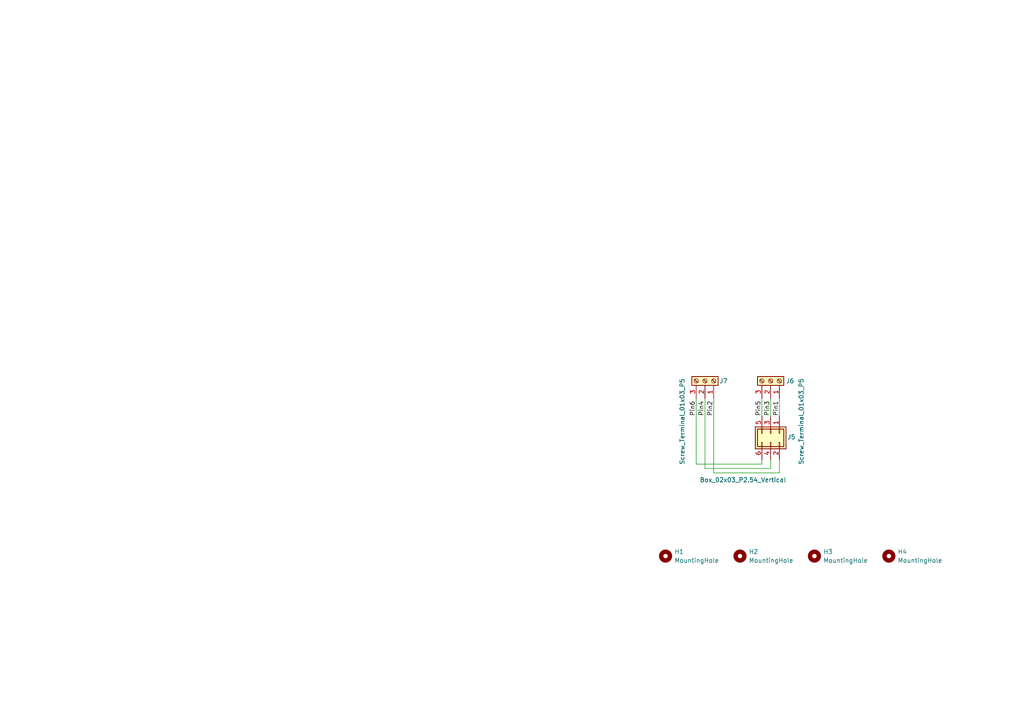
<source format=kicad_sch>
(kicad_sch (version 20231120) (generator "eeschema") (generator_version "8.0")
  (paper "A4")
  (title_block (date "2024-11-04"))
  (lib_symbols
    (symbol "_kh_library:Box_02x03_P2.54_Vertical" (pin_names (offset 1.016) hide)
      (property "Reference" "J" (at 1.27 5.588 0))
      (property "Value" "Box_02x03_P2.54_Vertical" (at 1.27 -6.35 0))
      (symbol "Box_02x03_P2.54_Vertical_1_1"
        (rectangle (start -1.905 4.445) (end 4.445 -4.445) (stroke (width 0.254)) (fill (type background)))
        (rectangle (start -1.27 -2.413) (end 0 -2.667) (stroke (width 0.1524)))
        (rectangle (start -1.27 0.127) (end 0 -0.127) (stroke (width 0.1524)))
        (rectangle (start -1.27 2.667) (end 0 2.413) (stroke (width 0.1524)))
        (rectangle (start -1.27 3.81) (end 3.81 -3.81) (stroke (width 0.254)) (fill (type background)))
        (rectangle (start 3.81 -2.413) (end 2.54 -2.667) (stroke (width 0.1524)))
        (rectangle (start 3.81 0.127) (end 2.54 -0.127) (stroke (width 0.1524)))
        (rectangle (start 3.81 2.667) (end 2.54 2.413) (stroke (width 0.1524)))
        (pin passive line (at -5.08 2.54 0) (length 3.81) (name "Pin_1") (number "1"))
        (pin passive line (at 7.62 2.54 180) (length 3.81) (name "Pin_2") (number "2"))
        (pin passive line (at -5.08 0 0) (length 3.81) (name "Pin_3") (number "3"))
        (pin passive line (at 7.62 0 180) (length 3.81) (name "Pin_4") (number "4"))
        (pin passive line (at -5.08 -2.54 0) (length 3.81) (name "Pin_5") (number "5"))
        (pin passive line (at 7.62 -2.54 180) (length 3.81) (name "Pin_6") (number "6"))
      )
    )
    (symbol "_kh_library:MountingHole" (pin_names (offset 1.016)) (exclude_from_sim yes) (in_bom no)
      (property "Reference" "H" (at 0 5.08 0))
      (property "Value" "MountingHole" (at 0 3.175 0))
      (symbol "MountingHole_0_1"
        (circle (center 0 0) (radius 1.27) (stroke (width 1.27)))
      )
    )
    (symbol "_kh_library:Screw_Terminal_01x03_P5" (pin_names (offset 1.016) hide)
      (property "Reference" "J" (at 2.286 0 0))
      (property "Value" "Screw_Terminal_01x03_P5" (at 6.35 -1.016 90))
      (symbol "Screw_Terminal_01x03_P5_1_1"
        (rectangle (start -1.27 1.27) (end 1.27 -6.35) (stroke (width 0.254)) (fill (type background)))
        (circle (center 0 -5.08) (radius 0.635) (stroke (width 0.1524)))
        (circle (center 0 -2.54) (radius 0.635) (stroke (width 0.1524)))
        (polyline (pts (xy -0.5334 -2.2098) (xy 0.3302 -3.048)) (stroke (width 0.1524)))
        (polyline (pts (xy -0.5334 0.3302) (xy 0.3302 -0.508)) (stroke (width 0.1524)))
        (polyline (pts (xy -0.508 -4.826) (xy 0.3556 -5.6642)) (stroke (width 0.1524)))
        (polyline (pts (xy -0.3556 -2.032) (xy 0.508 -2.8702)) (stroke (width 0.1524)))
        (polyline (pts (xy -0.3556 0.508) (xy 0.508 -0.3302)) (stroke (width 0.1524)))
        (polyline (pts (xy -0.3302 -4.6482) (xy 0.5334 -5.4864)) (stroke (width 0.1524)))
        (circle (center 0 0) (radius 0.635) (stroke (width 0.1524)))
        (pin passive line (at -5.08 0 0) (length 3.81) (name "Pin_1") (number "1"))
        (pin passive line (at -5.08 -2.54 0) (length 3.81) (name "Pin_2") (number "2"))
        (pin passive line (at -5.08 -5.08 0) (length 3.81) (name "Pin_3") (number "3"))
      )
    )
  )
  (wire (pts (xy 226.06 137.16) (xy 207.01 137.16)))
  (wire (pts (xy 223.52 115.57) (xy 223.52 120.65)))
  (wire (pts (xy 204.47 135.89) (xy 204.47 115.57)))
  (wire (pts (xy 223.52 133.35) (xy 223.52 135.89)))
  (wire (pts (xy 226.06 133.35) (xy 226.06 137.16)))
  (wire (pts (xy 220.98 115.57) (xy 220.98 120.65)))
  (wire (pts (xy 223.52 135.89) (xy 204.47 135.89)))
  (wire (pts (xy 220.98 134.62) (xy 201.93 134.62)))
  (wire (pts (xy 220.98 133.35) (xy 220.98 134.62)))
  (wire (pts (xy 207.01 137.16) (xy 207.01 115.57)))
  (wire (pts (xy 226.06 115.57) (xy 226.06 120.65)))
  (wire (pts (xy 201.93 134.62) (xy 201.93 115.57)))
  (label "Pin5" (at 220.98 120.65 90))
  (label "Pin2" (at 207.01 120.65 90))
  (label "Pin6" (at 201.93 120.65 90))
  (label "Pin1" (at 226.06 120.65 90))
  (label "Pin3" (at 223.52 120.65 90))
  (label "Pin4" (at 204.47 120.65 90))
  (symbol (lib_id "_kh_library:Screw_Terminal_01x03_P5") (at 207.01 110.49 270) (mirror x) (unit 1)
    (property "Reference" "J7" (at 211.074 110.49 90) (effects (justify right)))
    (property "Value" "Screw_Terminal_01x03_P5" (at 197.866 109.728 0) (effects (justify right)))
    (property "Footprint" "_kh_library:Screw_Terminal_01x03_P5" (effects (hide yes)))
    (property "Description" "Generic screw terminal, single row, 01x03" (effects (hide yes)))
  )
  (symbol (lib_id "_kh_library:MountingHole") (at 193.04 161.29 0) (unit 1) (exclude_from_sim yes) (in_bom no)
    (property "Reference" "H1" (at 195.58 160.0199 0) (effects (justify left)))
    (property "Value" "MountingHole" (at 195.58 162.5599 0) (effects (justify left)))
    (property "Footprint" "_kh_library:MountingHole_2.2mm_M2_Pad_TopBottom_kh" (effects (hide yes)))
    (property "Description" "Mounting Hole without connection" (effects (hide yes)))
  )
  (symbol (lib_id "_kh_library:MountingHole") (at 257.81 161.29 0) (unit 1) (exclude_from_sim yes) (in_bom no)
    (property "Reference" "H4" (at 260.35 160.0199 0) (effects (justify left)))
    (property "Value" "MountingHole" (at 260.35 162.5599 0) (effects (justify left)))
    (property "Footprint" "_kh_library:MountingHole_2.2mm_M2_Pad_TopBottom_kh" (effects (hide yes)))
    (property "Description" "Mounting Hole without connection" (effects (hide yes)))
  )
  (symbol (lib_id "_kh_library:Box_02x03_P2.54_Vertical") (at 223.52 125.73 270) (unit 1)
    (property "Reference" "J5" (at 228.346 126.746 90) (effects (justify left)))
    (property "Value" "Box_02x03_P2.54_Vertical" (at 202.946 139.192 90) (effects (justify left)))
    (property "Footprint" "_kh_library:Box_02x03_P2.54mm_Vertical_kh" (effects (hide yes)))
    (property "Description" "Box Header connector, double row, 02x03, odd/even pin numbering scheme" (effects (hide yes)))
  )
  (symbol (lib_id "_kh_library:MountingHole") (at 214.63 161.29 0) (unit 1) (exclude_from_sim yes) (in_bom no)
    (property "Reference" "H2" (at 217.17 160.0199 0) (effects (justify left)))
    (property "Value" "MountingHole" (at 217.17 162.5599 0) (effects (justify left)))
    (property "Footprint" "_kh_library:MountingHole_2.2mm_M2_Pad_TopBottom_kh" (effects (hide yes)))
    (property "Description" "Mounting Hole without connection" (effects (hide yes)))
  )
  (symbol (lib_id "_kh_library:MountingHole") (at 236.22 161.29 0) (unit 1) (exclude_from_sim yes) (in_bom no)
    (property "Reference" "H3" (at 238.76 160.0199 0) (effects (justify left)))
    (property "Value" "MountingHole" (at 238.76 162.5599 0) (effects (justify left)))
    (property "Footprint" "_kh_library:MountingHole_2.2mm_M2_Pad_TopBottom_kh" (effects (hide yes)))
    (property "Description" "Mounting Hole without connection" (effects (hide yes)))
  )
  (symbol (lib_id "_kh_library:Screw_Terminal_01x03_P5") (at 226.06 110.49 270) (mirror x) (unit 1)
    (property "Reference" "J6" (at 230.378 110.49 90) (effects (justify right)))
    (property "Value" "Screw_Terminal_01x03_P5" (at 232.41 109.728 0) (effects (justify right)))
    (property "Footprint" "_kh_library:Screw_Terminal_01x03_P5" (effects (hide yes)))
    (property "Description" "Generic screw terminal, single row, 01x03" (effects (hide yes)))
  )
)
</source>
